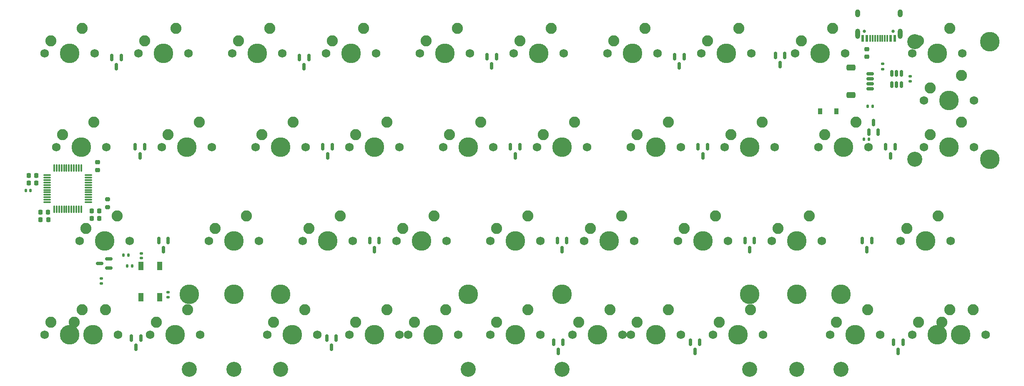
<source format=gbr>
%TF.GenerationSoftware,KiCad,Pcbnew,(6.0.4)*%
%TF.CreationDate,2022-12-31T18:56:14+01:00*%
%TF.ProjectId,PeppyQAZ,50657070-7951-4415-9a2e-6b696361645f,rev?*%
%TF.SameCoordinates,Original*%
%TF.FileFunction,Soldermask,Bot*%
%TF.FilePolarity,Negative*%
%FSLAX46Y46*%
G04 Gerber Fmt 4.6, Leading zero omitted, Abs format (unit mm)*
G04 Created by KiCad (PCBNEW (6.0.4)) date 2022-12-31 18:56:14*
%MOMM*%
%LPD*%
G01*
G04 APERTURE LIST*
G04 Aperture macros list*
%AMRoundRect*
0 Rectangle with rounded corners*
0 $1 Rounding radius*
0 $2 $3 $4 $5 $6 $7 $8 $9 X,Y pos of 4 corners*
0 Add a 4 corners polygon primitive as box body*
4,1,4,$2,$3,$4,$5,$6,$7,$8,$9,$2,$3,0*
0 Add four circle primitives for the rounded corners*
1,1,$1+$1,$2,$3*
1,1,$1+$1,$4,$5*
1,1,$1+$1,$6,$7*
1,1,$1+$1,$8,$9*
0 Add four rect primitives between the rounded corners*
20,1,$1+$1,$2,$3,$4,$5,0*
20,1,$1+$1,$4,$5,$6,$7,0*
20,1,$1+$1,$6,$7,$8,$9,0*
20,1,$1+$1,$8,$9,$2,$3,0*%
G04 Aperture macros list end*
%ADD10C,3.987800*%
%ADD11C,3.048000*%
%ADD12C,1.750000*%
%ADD13C,2.250000*%
%ADD14RoundRect,0.225000X0.225000X0.250000X-0.225000X0.250000X-0.225000X-0.250000X0.225000X-0.250000X0*%
%ADD15RoundRect,0.150000X-0.150000X0.587500X-0.150000X-0.587500X0.150000X-0.587500X0.150000X0.587500X0*%
%ADD16RoundRect,0.150000X0.625000X-0.150000X0.625000X0.150000X-0.625000X0.150000X-0.625000X-0.150000X0*%
%ADD17RoundRect,0.250000X0.650000X-0.350000X0.650000X0.350000X-0.650000X0.350000X-0.650000X-0.350000X0*%
%ADD18RoundRect,0.135000X0.135000X0.185000X-0.135000X0.185000X-0.135000X-0.185000X0.135000X-0.185000X0*%
%ADD19RoundRect,0.150000X0.150000X-0.512500X0.150000X0.512500X-0.150000X0.512500X-0.150000X-0.512500X0*%
%ADD20RoundRect,0.200000X0.275000X-0.200000X0.275000X0.200000X-0.275000X0.200000X-0.275000X-0.200000X0*%
%ADD21RoundRect,0.140000X0.140000X0.170000X-0.140000X0.170000X-0.140000X-0.170000X0.140000X-0.170000X0*%
%ADD22RoundRect,0.135000X-0.185000X0.135000X-0.185000X-0.135000X0.185000X-0.135000X0.185000X0.135000X0*%
%ADD23RoundRect,0.225000X-0.250000X0.225000X-0.250000X-0.225000X0.250000X-0.225000X0.250000X0.225000X0*%
%ADD24RoundRect,0.150000X0.150000X-0.587500X0.150000X0.587500X-0.150000X0.587500X-0.150000X-0.587500X0*%
%ADD25R,1.000000X1.700000*%
%ADD26RoundRect,0.150000X0.587500X0.150000X-0.587500X0.150000X-0.587500X-0.150000X0.587500X-0.150000X0*%
%ADD27RoundRect,0.218750X0.256250X-0.218750X0.256250X0.218750X-0.256250X0.218750X-0.256250X-0.218750X0*%
%ADD28RoundRect,0.135000X0.185000X-0.135000X0.185000X0.135000X-0.185000X0.135000X-0.185000X-0.135000X0*%
%ADD29RoundRect,0.140000X0.170000X-0.140000X0.170000X0.140000X-0.170000X0.140000X-0.170000X-0.140000X0*%
%ADD30RoundRect,0.075000X-0.662500X-0.075000X0.662500X-0.075000X0.662500X0.075000X-0.662500X0.075000X0*%
%ADD31RoundRect,0.075000X-0.075000X-0.662500X0.075000X-0.662500X0.075000X0.662500X-0.075000X0.662500X0*%
%ADD32C,0.650000*%
%ADD33R,0.600000X1.450000*%
%ADD34R,0.300000X1.450000*%
%ADD35O,1.000000X2.100000*%
%ADD36O,1.000000X1.600000*%
%ADD37RoundRect,0.140000X-0.170000X0.140000X-0.170000X-0.140000X0.170000X-0.140000X0.170000X0.140000X0*%
%ADD38RoundRect,0.140000X-0.140000X-0.170000X0.140000X-0.170000X0.140000X0.170000X-0.140000X0.170000X0*%
%ADD39R,0.900000X1.200000*%
G04 APERTURE END LIST*
D10*
%TO.C,MX19*%
X205875000Y-113982500D03*
D11*
X205875000Y-129222500D03*
D10*
X82550000Y-113982500D03*
D11*
X82550000Y-129222500D03*
X196850000Y-129222500D03*
D10*
X196850000Y-113982500D03*
D11*
X73525000Y-129222500D03*
D12*
X144780000Y-122237500D03*
D10*
X73525000Y-113982500D03*
D12*
X134620000Y-122237500D03*
D10*
X139700000Y-122237500D03*
D13*
X135890000Y-119697500D03*
X142240000Y-117157500D03*
%TD*%
D12*
%TO.C,MX22*%
X135255000Y-84137500D03*
X125095000Y-84137500D03*
D10*
X130175000Y-84137500D03*
D13*
X126365000Y-81597500D03*
X132715000Y-79057500D03*
%TD*%
D10*
%TO.C,MX39*%
X225425000Y-122237500D03*
D12*
X230505000Y-122237500D03*
X220345000Y-122237500D03*
D13*
X221615000Y-119697500D03*
X227965000Y-117157500D03*
%TD*%
D12*
%TO.C,MX33*%
X177482500Y-65087500D03*
X187642500Y-65087500D03*
D10*
X182562500Y-65087500D03*
D13*
X178752500Y-62547500D03*
X185102500Y-60007500D03*
%TD*%
D12*
%TO.C,MX20*%
X144780000Y-122237500D03*
D10*
X92075000Y-113982500D03*
X139700000Y-122237500D03*
D11*
X187325000Y-129222500D03*
D10*
X187325000Y-113982500D03*
D12*
X134620000Y-122237500D03*
D11*
X92075000Y-129222500D03*
D13*
X135890000Y-119697500D03*
X142240000Y-117157500D03*
%TD*%
D12*
%TO.C,MX29*%
X168592500Y-65087500D03*
X158432500Y-65087500D03*
D10*
X163512500Y-65087500D03*
D13*
X159702500Y-62547500D03*
X166052500Y-60007500D03*
%TD*%
D12*
%TO.C,MX25*%
X161448750Y-122237500D03*
X151288750Y-122237500D03*
D10*
X156368750Y-122237500D03*
D13*
X152558750Y-119697500D03*
X158908750Y-117157500D03*
%TD*%
D12*
%TO.C,MX23*%
X144780000Y-103187500D03*
D10*
X139700000Y-103187500D03*
D12*
X134620000Y-103187500D03*
D13*
X135890000Y-100647500D03*
X142240000Y-98107500D03*
%TD*%
D12*
%TO.C,MX43*%
X222726250Y-84137500D03*
X232886250Y-84137500D03*
D10*
X227806250Y-84137500D03*
D13*
X223996250Y-81597500D03*
X230346250Y-79057500D03*
%TD*%
D12*
%TO.C,MX1*%
X48895000Y-122237500D03*
D10*
X53975000Y-122237500D03*
D12*
X59055000Y-122237500D03*
D13*
X50165000Y-119697500D03*
X56515000Y-117157500D03*
%TD*%
D12*
%TO.C,MX6*%
X63182500Y-65087500D03*
X73342500Y-65087500D03*
D10*
X68262500Y-65087500D03*
D13*
X64452500Y-62547500D03*
X70802500Y-60007500D03*
%TD*%
D12*
%TO.C,MX3*%
X54292500Y-65087500D03*
D10*
X49212500Y-65087500D03*
D12*
X44132500Y-65087500D03*
D13*
X45402500Y-62547500D03*
X51752500Y-60007500D03*
%TD*%
D12*
%TO.C,MX31*%
X172720000Y-103187500D03*
X182880000Y-103187500D03*
D10*
X177800000Y-103187500D03*
D13*
X173990000Y-100647500D03*
X180340000Y-98107500D03*
%TD*%
D10*
%TO.C,MX14*%
X92075000Y-113982500D03*
X111125000Y-122237500D03*
D11*
X130175000Y-129222500D03*
D12*
X116205000Y-122237500D03*
D10*
X130175000Y-113982500D03*
D11*
X92075000Y-129222500D03*
D12*
X106045000Y-122237500D03*
D13*
X107315000Y-119697500D03*
X113665000Y-117157500D03*
%TD*%
D12*
%TO.C,MX40*%
X225107500Y-122237500D03*
D10*
X230187500Y-122237500D03*
D12*
X235267500Y-122237500D03*
D13*
X226377500Y-119697500D03*
X232727500Y-117157500D03*
%TD*%
D12*
%TO.C,MX5*%
X51276250Y-103187500D03*
D10*
X56356250Y-103187500D03*
D12*
X61436250Y-103187500D03*
D13*
X52546250Y-100647500D03*
X58896250Y-98107500D03*
%TD*%
D10*
%TO.C,MX24*%
X149225000Y-113982500D03*
X187325000Y-113982500D03*
D12*
X163195000Y-122237500D03*
D11*
X187325000Y-129222500D03*
X149225000Y-129222500D03*
D10*
X168275000Y-122237500D03*
D12*
X173355000Y-122237500D03*
D13*
X164465000Y-119697500D03*
X170815000Y-117157500D03*
%TD*%
D10*
%TO.C,MX9*%
X70643750Y-122237500D03*
D12*
X75723750Y-122237500D03*
X65563750Y-122237500D03*
D13*
X66833750Y-119697500D03*
X73183750Y-117157500D03*
%TD*%
D12*
%TO.C,MX37*%
X196532500Y-65087500D03*
D10*
X201612500Y-65087500D03*
D12*
X206692500Y-65087500D03*
D13*
X197802500Y-62547500D03*
X204152500Y-60007500D03*
%TD*%
D10*
%TO.C,MX16*%
X106362500Y-65087500D03*
D12*
X111442500Y-65087500D03*
X101282500Y-65087500D03*
D13*
X102552500Y-62547500D03*
X108902500Y-60007500D03*
%TD*%
D12*
%TO.C,MX38*%
X211455000Y-84137500D03*
X201295000Y-84137500D03*
D10*
X206375000Y-84137500D03*
D13*
X202565000Y-81597500D03*
X208915000Y-79057500D03*
%TD*%
D12*
%TO.C,MX17*%
X106045000Y-84137500D03*
D10*
X111125000Y-84137500D03*
D12*
X116205000Y-84137500D03*
D13*
X107315000Y-81597500D03*
X113665000Y-79057500D03*
%TD*%
D10*
%TO.C,MX12*%
X101600000Y-103187500D03*
D12*
X106680000Y-103187500D03*
X96520000Y-103187500D03*
D13*
X97790000Y-100647500D03*
X104140000Y-98107500D03*
%TD*%
D12*
%TO.C,MX34*%
X182245000Y-84137500D03*
D10*
X187325000Y-84137500D03*
D12*
X192405000Y-84137500D03*
D13*
X183515000Y-81597500D03*
X189865000Y-79057500D03*
%TD*%
D10*
%TO.C,MX36*%
X208756250Y-122237500D03*
D12*
X203676250Y-122237500D03*
X213836250Y-122237500D03*
D13*
X204946250Y-119697500D03*
X211296250Y-117157500D03*
%TD*%
D12*
%TO.C,MX30*%
X173355000Y-84137500D03*
D10*
X168275000Y-84137500D03*
D12*
X163195000Y-84137500D03*
D13*
X164465000Y-81597500D03*
X170815000Y-79057500D03*
%TD*%
D12*
%TO.C,MX41*%
X230505000Y-65087500D03*
X220345000Y-65087500D03*
D10*
X225425000Y-65087500D03*
D13*
X221615000Y-62547500D03*
X227965000Y-60007500D03*
%TD*%
D12*
%TO.C,MX11*%
X86995000Y-84137500D03*
X97155000Y-84137500D03*
D10*
X92075000Y-84137500D03*
D13*
X88265000Y-81597500D03*
X94615000Y-79057500D03*
%TD*%
D12*
%TO.C,MX13*%
X89376250Y-122237500D03*
X99536250Y-122237500D03*
D10*
X94456250Y-122237500D03*
D13*
X90646250Y-119697500D03*
X96996250Y-117157500D03*
%TD*%
D12*
%TO.C,MX15*%
X128111250Y-122237500D03*
X117951250Y-122237500D03*
D10*
X123031250Y-122237500D03*
D13*
X119221250Y-119697500D03*
X125571250Y-117157500D03*
%TD*%
D12*
%TO.C,MX28*%
X163830000Y-103187500D03*
X153670000Y-103187500D03*
D10*
X158750000Y-103187500D03*
D13*
X154940000Y-100647500D03*
X161290000Y-98107500D03*
%TD*%
D10*
%TO.C,MX21*%
X125412500Y-65087500D03*
D12*
X130492500Y-65087500D03*
X120332500Y-65087500D03*
D13*
X121602500Y-62547500D03*
X127952500Y-60007500D03*
%TD*%
D12*
%TO.C,MX35*%
X191770000Y-103187500D03*
X201930000Y-103187500D03*
D10*
X196850000Y-103187500D03*
D13*
X193040000Y-100647500D03*
X199390000Y-98107500D03*
%TD*%
D12*
%TO.C,MX2*%
X44132500Y-122237500D03*
D10*
X49212500Y-122237500D03*
D12*
X54292500Y-122237500D03*
D13*
X45402500Y-119697500D03*
X51752500Y-117157500D03*
%TD*%
D12*
%TO.C,MX7*%
X78105000Y-84137500D03*
X67945000Y-84137500D03*
D10*
X73025000Y-84137500D03*
D13*
X69215000Y-81597500D03*
X75565000Y-79057500D03*
%TD*%
D12*
%TO.C,MX44*%
X217963750Y-103187500D03*
D10*
X223043750Y-103187500D03*
D12*
X228123750Y-103187500D03*
D13*
X219233750Y-100647500D03*
X225583750Y-98107500D03*
%TD*%
D10*
%TO.C,MX42*%
X236061250Y-62674500D03*
D11*
X220821250Y-86550500D03*
D12*
X232886250Y-74612500D03*
D10*
X227806250Y-74612500D03*
D12*
X222726250Y-74612500D03*
D11*
X220821250Y-62674500D03*
D10*
X236061250Y-86550500D03*
D13*
X223996250Y-72072500D03*
X230346250Y-69532500D03*
%TD*%
D12*
%TO.C,MX32*%
X190023750Y-122237500D03*
D10*
X184943750Y-122237500D03*
D12*
X179863750Y-122237500D03*
D13*
X181133750Y-119697500D03*
X187483750Y-117157500D03*
%TD*%
D10*
%TO.C,MX18*%
X120650000Y-103187500D03*
D12*
X115570000Y-103187500D03*
X125730000Y-103187500D03*
D13*
X116840000Y-100647500D03*
X123190000Y-98107500D03*
%TD*%
D10*
%TO.C,MX10*%
X87312500Y-65087500D03*
D12*
X82232500Y-65087500D03*
X92392500Y-65087500D03*
D13*
X83502500Y-62547500D03*
X89852500Y-60007500D03*
%TD*%
D12*
%TO.C,MX8*%
X87630000Y-103187500D03*
X77470000Y-103187500D03*
D10*
X82550000Y-103187500D03*
D13*
X78740000Y-100647500D03*
X85090000Y-98107500D03*
%TD*%
D10*
%TO.C,MX4*%
X51593750Y-84137500D03*
D12*
X56673750Y-84137500D03*
X46513750Y-84137500D03*
D13*
X47783750Y-81597500D03*
X54133750Y-79057500D03*
%TD*%
D10*
%TO.C,MX26*%
X144462500Y-65087500D03*
D12*
X139382500Y-65087500D03*
X149542500Y-65087500D03*
D13*
X140652500Y-62547500D03*
X147002500Y-60007500D03*
%TD*%
D12*
%TO.C,MX27*%
X154305000Y-84137500D03*
D10*
X149225000Y-84137500D03*
D12*
X144145000Y-84137500D03*
D13*
X145415000Y-81597500D03*
X151765000Y-79057500D03*
%TD*%
D14*
%TO.C,C_VDDIO1*%
X55235000Y-97070000D03*
X53685000Y-97070000D03*
%TD*%
D15*
%TO.C,D13*%
X175262500Y-123681250D03*
X177162500Y-123681250D03*
X176212500Y-125556250D03*
%TD*%
D16*
%TO.C,J1*%
X211763500Y-72236500D03*
X211763500Y-71236500D03*
X211763500Y-70236500D03*
X211763500Y-69236500D03*
D17*
X207888500Y-67936500D03*
X207888500Y-73536500D03*
%TD*%
D15*
%TO.C,D7*%
X110175000Y-103043750D03*
X112075000Y-103043750D03*
X111125000Y-104918750D03*
%TD*%
%TO.C,D3*%
X67312500Y-103043750D03*
X69212500Y-103043750D03*
X68262500Y-104918750D03*
%TD*%
D18*
%TO.C,R2*%
X61190000Y-106030000D03*
X60170000Y-106030000D03*
%TD*%
D19*
%TO.C,U3*%
X218100000Y-71362500D03*
X217150000Y-71362500D03*
X216200000Y-71362500D03*
X216200000Y-69087500D03*
X217150000Y-69087500D03*
X218100000Y-69087500D03*
%TD*%
D14*
%TO.C,C_VDDA1*%
X42465000Y-89860000D03*
X40915000Y-89860000D03*
%TD*%
D20*
%TO.C,R_USB1*%
X56890000Y-96305000D03*
X56890000Y-94655000D03*
%TD*%
D15*
%TO.C,D16*%
X186375000Y-103043750D03*
X188275000Y-103043750D03*
X187325000Y-104918750D03*
%TD*%
%TO.C,D9*%
X147481250Y-123681250D03*
X149381250Y-123681250D03*
X148431250Y-125556250D03*
%TD*%
D21*
%TO.C,C3*%
X212255000Y-75800000D03*
X211295000Y-75800000D03*
%TD*%
D14*
%TO.C,C_VDDA2*%
X42450000Y-91370000D03*
X40900000Y-91370000D03*
%TD*%
%TO.C,C_VDDIO2*%
X55240000Y-98560000D03*
X53690000Y-98560000D03*
%TD*%
D15*
%TO.C,D1*%
X57787500Y-65881250D03*
X59687500Y-65881250D03*
X58737500Y-67756250D03*
%TD*%
%TO.C,D8*%
X101443750Y-122887500D03*
X103343750Y-122887500D03*
X102393750Y-124762500D03*
%TD*%
%TO.C,D2*%
X62550000Y-83993750D03*
X64450000Y-83993750D03*
X63500000Y-85868750D03*
%TD*%
D22*
%TO.C,R5*%
X219868750Y-69715000D03*
X219868750Y-70735000D03*
%TD*%
D21*
%TO.C,C2*%
X41270000Y-92940000D03*
X40310000Y-92940000D03*
%TD*%
D15*
%TO.C,D6*%
X100650000Y-83993750D03*
X102550000Y-83993750D03*
X101600000Y-85868750D03*
%TD*%
%TO.C,D10*%
X133987500Y-65737500D03*
X135887500Y-65737500D03*
X134937500Y-67612500D03*
%TD*%
%TO.C,D5*%
X95887500Y-65881250D03*
X97787500Y-65881250D03*
X96837500Y-67756250D03*
%TD*%
%TO.C,D18*%
X192540000Y-65502500D03*
X194440000Y-65502500D03*
X193490000Y-67377500D03*
%TD*%
D23*
%TO.C,C_VDD1*%
X54910000Y-87185000D03*
X54910000Y-88735000D03*
%TD*%
D24*
%TO.C,U2*%
X213400000Y-81012500D03*
X211500000Y-81012500D03*
X212450000Y-79137500D03*
%TD*%
D25*
%TO.C,SW1*%
X67530000Y-108270000D03*
X67530000Y-114570000D03*
X63730000Y-114570000D03*
X63730000Y-108270000D03*
%TD*%
D15*
%TO.C,D19*%
X214950000Y-83993750D03*
X216850000Y-83993750D03*
X215900000Y-85868750D03*
%TD*%
D14*
%TO.C,C_VDD3*%
X44860000Y-98810000D03*
X43310000Y-98810000D03*
%TD*%
D15*
%TO.C,D4*%
X61756250Y-122887500D03*
X63656250Y-122887500D03*
X62706250Y-124762500D03*
%TD*%
D26*
%TO.C,Q1*%
X57185000Y-106790000D03*
X57185000Y-108690000D03*
X55310000Y-107740000D03*
%TD*%
D15*
%TO.C,D12*%
X148275000Y-103043750D03*
X150175000Y-103043750D03*
X149225000Y-104918750D03*
%TD*%
D22*
%TO.C,R4*%
X214325000Y-67205000D03*
X214325000Y-68225000D03*
%TD*%
D27*
%TO.C,F1*%
X211075000Y-65762500D03*
X211075000Y-64187500D03*
%TD*%
D15*
%TO.C,D14*%
X172087500Y-65737500D03*
X173987500Y-65737500D03*
X173037500Y-67612500D03*
%TD*%
D28*
%TO.C,R3*%
X69240000Y-114570000D03*
X69240000Y-113550000D03*
%TD*%
D15*
%TO.C,D15*%
X176850000Y-83993750D03*
X178750000Y-83993750D03*
X177800000Y-85868750D03*
%TD*%
D29*
%TO.C,C2*%
X55650000Y-111770000D03*
X55650000Y-110810000D03*
%TD*%
D15*
%TO.C,D11*%
X138750000Y-83993750D03*
X140650000Y-83993750D03*
X139700000Y-85868750D03*
%TD*%
D18*
%TO.C,R1*%
X61960000Y-108270000D03*
X60940000Y-108270000D03*
%TD*%
D14*
%TO.C,C_VDD2*%
X44855000Y-97290000D03*
X43305000Y-97290000D03*
%TD*%
D30*
%TO.C,U1*%
X44667500Y-95280000D03*
X44667500Y-94780000D03*
X44667500Y-94280000D03*
X44667500Y-93780000D03*
X44667500Y-93280000D03*
X44667500Y-92780000D03*
X44667500Y-92280000D03*
X44667500Y-91780000D03*
X44667500Y-91280000D03*
X44667500Y-90780000D03*
X44667500Y-90280000D03*
X44667500Y-89780000D03*
D31*
X46080000Y-88367500D03*
X46580000Y-88367500D03*
X47080000Y-88367500D03*
X47580000Y-88367500D03*
X48080000Y-88367500D03*
X48580000Y-88367500D03*
X49080000Y-88367500D03*
X49580000Y-88367500D03*
X50080000Y-88367500D03*
X50580000Y-88367500D03*
X51080000Y-88367500D03*
X51580000Y-88367500D03*
D30*
X52992500Y-89780000D03*
X52992500Y-90280000D03*
X52992500Y-90780000D03*
X52992500Y-91280000D03*
X52992500Y-91780000D03*
X52992500Y-92280000D03*
X52992500Y-92780000D03*
X52992500Y-93280000D03*
X52992500Y-93780000D03*
X52992500Y-94280000D03*
X52992500Y-94780000D03*
X52992500Y-95280000D03*
D31*
X51580000Y-96692500D03*
X51080000Y-96692500D03*
X50580000Y-96692500D03*
X50080000Y-96692500D03*
X49580000Y-96692500D03*
X49080000Y-96692500D03*
X48580000Y-96692500D03*
X48080000Y-96692500D03*
X47580000Y-96692500D03*
X47080000Y-96692500D03*
X46580000Y-96692500D03*
X46080000Y-96692500D03*
%TD*%
D32*
%TO.C,J2*%
X216408750Y-60543750D03*
X210628750Y-60543750D03*
D33*
X210268750Y-61988750D03*
X211068750Y-61988750D03*
D34*
X212268750Y-61988750D03*
X213268750Y-61988750D03*
X213768750Y-61988750D03*
X214768750Y-61988750D03*
D33*
X215968750Y-61988750D03*
X216768750Y-61988750D03*
X216768750Y-61988750D03*
X215968750Y-61988750D03*
D34*
X215268750Y-61988750D03*
X214268750Y-61988750D03*
X212768750Y-61988750D03*
X211768750Y-61988750D03*
D33*
X211068750Y-61988750D03*
X210268750Y-61988750D03*
D35*
X217838750Y-61073750D03*
D36*
X209198750Y-56893750D03*
D35*
X209198750Y-61073750D03*
D36*
X217838750Y-56893750D03*
%TD*%
D15*
%TO.C,D17*%
X216537500Y-123681250D03*
X218437500Y-123681250D03*
X217487500Y-125556250D03*
%TD*%
D37*
%TO.C,C1*%
X63740000Y-105670000D03*
X63740000Y-106630000D03*
%TD*%
D38*
%TO.C,C4*%
X210540000Y-82500000D03*
X211500000Y-82500000D03*
%TD*%
D15*
%TO.C,D20*%
X210187500Y-103043750D03*
X212087500Y-103043750D03*
X211137500Y-104918750D03*
%TD*%
D39*
%TO.C,D_PWR1*%
X204930000Y-76850000D03*
X201630000Y-76850000D03*
%TD*%
M02*

</source>
